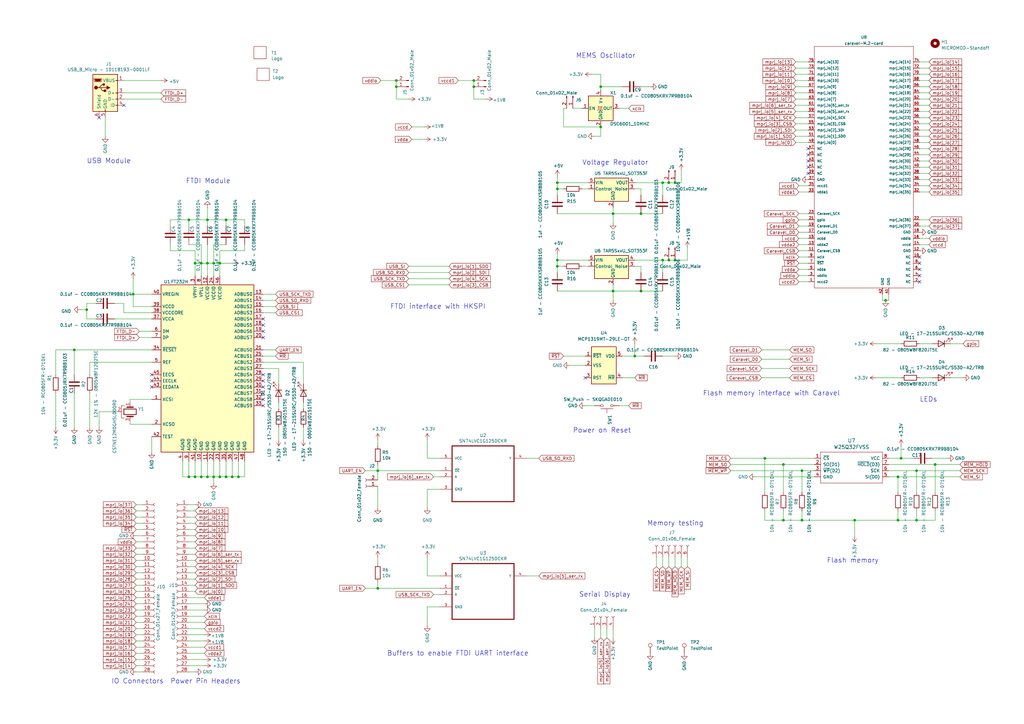
<source format=kicad_sch>
(kicad_sch (version 20230121) (generator eeschema)
  (paper "A3")
  (junction (at 375.92 213.36))
  (junction (at 246.38 35.56))
  (junction (at 271.78 74.93))
  (junction (at 228.6 109.22))
  (junction (at 228.6 74.93))
  (junction (at 97.79 195.58))
  (junction (at 246.38 52.07))
  (junction (at 85.09 90.17))
  (junction (at 276.86 106.68))
  (junction (at 85.09 195.58))
  (junction (at 368.3 195.58))
  (junction (at 30.48 143.51))
  (junction (at 262.89 119.38))
  (junction (at 368.3 213.36))
  (junction (at 328.93 213.36))
  (junction (at 375.92 193.04))
  (junction (at 260.35 146.05))
  (junction (at 85.09 107.95))
  (junction (at 313.69 187.96))
  (junction (at 154.94 241.3))
  (junction (at 92.71 195.58))
  (junction (at 77.47 195.58))
  (junction (at 77.47 90.17))
  (junction (at 228.6 106.68))
  (junction (at 87.63 195.58))
  (junction (at 383.54 190.5))
  (junction (at 87.63 107.95))
  (junction (at 54.61 120.65))
  (junction (at 350.52 213.36))
  (junction (at 162.56 33.02))
  (junction (at 35.56 127))
  (junction (at 274.32 74.93))
  (junction (at 276.86 74.93))
  (junction (at 162.56 35.56))
  (junction (at 90.17 195.58))
  (junction (at 82.55 195.58))
  (junction (at 328.93 193.04))
  (junction (at 262.89 87.63))
  (junction (at 194.31 35.56))
  (junction (at 251.46 119.38))
  (junction (at 90.17 107.95))
  (junction (at 274.32 106.68))
  (junction (at 80.01 107.95))
  (junction (at 228.6 77.47))
  (junction (at 251.46 87.63))
  (junction (at 271.78 106.68))
  (junction (at 369.57 187.96))
  (junction (at 363.22 123.19))
  (junction (at 154.94 193.04))
  (junction (at 194.31 33.02))
  (junction (at 321.31 190.5))
  (junction (at 95.25 195.58))
  (junction (at 80.01 195.58))
  (junction (at 321.31 213.36))
  (junction (at 92.71 90.17))
  (junction (at 82.55 107.95))
  (no_connect (at 331.47 68.58))
  (no_connect (at 107.95 138.43))
  (no_connect (at 107.95 133.35))
  (no_connect (at 331.47 60.96))
  (no_connect (at 62.23 158.75))
  (no_connect (at 62.23 153.67))
  (no_connect (at 62.23 156.21))
  (no_connect (at 107.95 130.81))
  (no_connect (at 107.95 135.89))
  (no_connect (at 331.47 63.5))
  (no_connect (at 40.64 48.26))
  (no_connect (at 50.8 43.18))
  (no_connect (at 377.19 110.49))
  (no_connect (at 107.95 163.83))
  (no_connect (at 377.19 115.57))
  (no_connect (at 240.03 154.94))
  (no_connect (at 377.19 113.03))
  (no_connect (at 107.95 158.75))
  (no_connect (at 331.47 71.12))
  (no_connect (at 107.95 156.21))
  (no_connect (at 107.95 161.29))
  (no_connect (at 377.19 105.41))
  (no_connect (at 331.47 66.04))
  (no_connect (at 377.19 107.95))
  (no_connect (at 107.95 166.37))
  (no_connect (at 107.95 153.67))
  (wire (pts (xy 22.86 161.29) (xy 22.86 175.26)))
  (wire (pts (xy 35.56 127) (xy 35.56 124.46)))
  (wire (pts (xy 381 78.74) (xy 377.19 78.74)))
  (wire (pts (xy 194.31 33.02) (xy 194.31 35.56)))
  (wire (pts (xy 80.01 240.03) (xy 77.47 240.03)))
  (wire (pts (xy 312.42 151.13) (xy 323.85 151.13)))
  (wire (pts (xy 53.34 172.72) (xy 53.34 173.99)))
  (wire (pts (xy 54.61 120.65) (xy 62.23 120.65)))
  (wire (pts (xy 389.89 154.94) (xy 394.97 154.94)))
  (wire (pts (xy 180.34 187.96) (xy 175.26 187.96)))
  (wire (pts (xy 364.49 190.5) (xy 383.54 190.5)))
  (wire (pts (xy 55.88 252.73) (xy 58.42 252.73)))
  (wire (pts (xy 228.6 74.93) (xy 228.6 77.47)))
  (wire (pts (xy 271.78 74.93) (xy 271.78 80.01)))
  (wire (pts (xy 321.31 190.5) (xy 321.31 201.93)))
  (wire (pts (xy 30.48 143.51) (xy 62.23 143.51)))
  (wire (pts (xy 74.93 195.58) (xy 77.47 195.58)))
  (wire (pts (xy 331.47 43.18) (xy 326.39 43.18)))
  (wire (pts (xy 255.27 146.05) (xy 260.35 146.05)))
  (wire (pts (xy 251.46 116.84) (xy 251.46 119.38)))
  (wire (pts (xy 331.47 105.41) (xy 327.66 105.41)))
  (wire (pts (xy 262.89 109.22) (xy 262.89 111.76)))
  (wire (pts (xy 255.27 154.94) (xy 260.35 154.94)))
  (wire (pts (xy 58.42 237.49) (xy 55.88 237.49)))
  (wire (pts (xy 251.46 87.63) (xy 262.89 87.63)))
  (wire (pts (xy 80.01 195.58) (xy 82.55 195.58)))
  (wire (pts (xy 90.17 113.03) (xy 90.17 107.95)))
  (wire (pts (xy 194.31 40.64) (xy 199.39 40.64)))
  (wire (pts (xy 100.33 90.17) (xy 100.33 92.71)))
  (wire (pts (xy 154.94 182.88) (xy 154.94 180.34)))
  (wire (pts (xy 331.47 58.42) (xy 326.39 58.42)))
  (wire (pts (xy 90.17 107.95) (xy 90.17 102.87)))
  (wire (pts (xy 194.31 35.56) (xy 194.31 40.64)))
  (wire (pts (xy 381 90.17) (xy 377.19 90.17)))
  (wire (pts (xy 100.33 195.58) (xy 97.79 195.58)))
  (wire (pts (xy 321.31 209.55) (xy 321.31 213.36)))
  (wire (pts (xy 331.47 76.2) (xy 327.66 76.2)))
  (wire (pts (xy 238.76 109.22) (xy 241.3 109.22)))
  (wire (pts (xy 154.94 208.28) (xy 154.94 199.39)))
  (wire (pts (xy 58.42 232.41) (xy 55.88 232.41)))
  (wire (pts (xy 124.46 180.34) (xy 124.46 175.26)))
  (wire (pts (xy 228.6 74.93) (xy 241.3 74.93)))
  (wire (pts (xy 83.82 245.11) (xy 77.47 245.11)))
  (wire (pts (xy 331.47 107.95) (xy 327.66 107.95)))
  (wire (pts (xy 381 50.8) (xy 377.19 50.8)))
  (wire (pts (xy 369.57 187.96) (xy 374.65 187.96)))
  (wire (pts (xy 46.99 124.46) (xy 50.8 124.46)))
  (wire (pts (xy 238.76 77.47) (xy 241.3 77.47)))
  (wire (pts (xy 50.8 33.02) (xy 66.04 33.02)))
  (wire (pts (xy 262.89 87.63) (xy 271.78 87.63)))
  (wire (pts (xy 246.38 36.83) (xy 246.38 35.56)))
  (wire (pts (xy 58.42 247.65) (xy 55.88 247.65)))
  (wire (pts (xy 124.46 148.59) (xy 107.95 148.59)))
  (wire (pts (xy 313.69 187.96) (xy 313.69 201.93)))
  (wire (pts (xy 260.35 109.22) (xy 262.89 109.22)))
  (wire (pts (xy 331.47 55.88) (xy 326.39 55.88)))
  (wire (pts (xy 389.89 140.97) (xy 394.97 140.97)))
  (wire (pts (xy 80.01 102.87) (xy 69.85 102.87)))
  (wire (pts (xy 92.71 90.17) (xy 92.71 92.71)))
  (wire (pts (xy 80.01 214.63) (xy 77.47 214.63)))
  (wire (pts (xy 331.47 110.49) (xy 327.66 110.49)))
  (wire (pts (xy 92.71 189.23) (xy 92.71 195.58)))
  (wire (pts (xy 271.78 228.6) (xy 271.78 232.41)))
  (wire (pts (xy 381 63.5) (xy 377.19 63.5)))
  (wire (pts (xy 83.82 252.73) (xy 77.47 252.73)))
  (wire (pts (xy 85.09 195.58) (xy 87.63 195.58)))
  (wire (pts (xy 228.6 77.47) (xy 231.14 77.47)))
  (wire (pts (xy 381 68.58) (xy 377.19 68.58)))
  (wire (pts (xy 55.88 270.51) (xy 58.42 270.51)))
  (wire (pts (xy 251.46 87.63) (xy 251.46 91.44)))
  (wire (pts (xy 95.25 195.58) (xy 92.71 195.58)))
  (wire (pts (xy 87.63 100.33) (xy 92.71 100.33)))
  (wire (pts (xy 58.42 227.33) (xy 55.88 227.33)))
  (wire (pts (xy 175.26 256.54) (xy 175.26 248.92)))
  (wire (pts (xy 82.55 100.33) (xy 77.47 100.33)))
  (wire (pts (xy 168.91 52.07) (xy 173.99 52.07)))
  (wire (pts (xy 40.64 168.91) (xy 48.26 168.91)))
  (wire (pts (xy 299.72 187.96) (xy 313.69 187.96)))
  (wire (pts (xy 246.38 35.56) (xy 246.38 30.48)))
  (wire (pts (xy 383.54 213.36) (xy 383.54 209.55)))
  (wire (pts (xy 234.95 44.45) (xy 238.76 44.45)))
  (wire (pts (xy 30.48 161.29) (xy 30.48 175.26)))
  (wire (pts (xy 80.01 237.49) (xy 77.47 237.49)))
  (wire (pts (xy 271.78 146.05) (xy 276.86 146.05)))
  (wire (pts (xy 167.64 111.76) (xy 184.15 111.76)))
  (wire (pts (xy 90.17 102.87) (xy 100.33 102.87)))
  (wire (pts (xy 50.8 128.27) (xy 62.23 128.27)))
  (wire (pts (xy 77.47 262.89) (xy 83.82 262.89)))
  (wire (pts (xy 175.26 180.34) (xy 175.26 187.96)))
  (wire (pts (xy 175.26 200.66) (xy 180.34 200.66)))
  (wire (pts (xy 58.42 242.57) (xy 55.88 242.57)))
  (wire (pts (xy 274.32 228.6) (xy 274.32 232.41)))
  (wire (pts (xy 80.01 217.17) (xy 77.47 217.17)))
  (wire (pts (xy 58.42 217.17) (xy 55.88 217.17)))
  (wire (pts (xy 381 33.02) (xy 377.19 33.02)))
  (wire (pts (xy 381 45.72) (xy 377.19 45.72)))
  (wire (pts (xy 77.47 265.43) (xy 83.82 265.43)))
  (wire (pts (xy 85.09 107.95) (xy 85.09 100.33)))
  (wire (pts (xy 83.82 273.05) (xy 77.47 273.05)))
  (wire (pts (xy 274.32 106.68) (xy 276.86 106.68)))
  (wire (pts (xy 383.54 190.5) (xy 393.7 190.5)))
  (wire (pts (xy 369.57 182.88) (xy 369.57 187.96)))
  (wire (pts (xy 331.47 92.71) (xy 327.66 92.71)))
  (wire (pts (xy 331.47 38.1) (xy 326.39 38.1)))
  (wire (pts (xy 180.34 236.22) (xy 175.26 236.22)))
  (wire (pts (xy 381 76.2) (xy 377.19 76.2)))
  (wire (pts (xy 312.42 154.94) (xy 323.85 154.94)))
  (wire (pts (xy 100.33 102.87) (xy 100.33 100.33)))
  (wire (pts (xy 55.88 262.89) (xy 58.42 262.89)))
  (wire (pts (xy 368.3 213.36) (xy 375.92 213.36)))
  (wire (pts (xy 246.38 30.48) (xy 242.57 30.48)))
  (wire (pts (xy 80.01 209.55) (xy 77.47 209.55)))
  (wire (pts (xy 77.47 260.35) (xy 83.82 260.35)))
  (wire (pts (xy 233.68 149.86) (xy 240.03 149.86)))
  (wire (pts (xy 313.69 213.36) (xy 321.31 213.36)))
  (wire (pts (xy 180.34 241.3) (xy 154.94 241.3)))
  (wire (pts (xy 177.8 195.58) (xy 180.34 195.58)))
  (wire (pts (xy 69.85 102.87) (xy 69.85 100.33)))
  (wire (pts (xy 154.94 196.85) (xy 154.94 193.04)))
  (wire (pts (xy 228.6 77.47) (xy 228.6 80.01)))
  (wire (pts (xy 83.82 250.19) (xy 77.47 250.19)))
  (wire (pts (xy 58.42 250.19) (xy 55.88 250.19)))
  (wire (pts (xy 381 73.66) (xy 377.19 73.66)))
  (wire (pts (xy 231.14 44.45) (xy 232.41 44.45)))
  (wire (pts (xy 154.94 193.04) (xy 149.86 193.04)))
  (wire (pts (xy 331.47 102.87) (xy 327.66 102.87)))
  (wire (pts (xy 82.55 189.23) (xy 82.55 195.58)))
  (wire (pts (xy 85.09 113.03) (xy 85.09 107.95)))
  (wire (pts (xy 271.78 106.68) (xy 271.78 111.76)))
  (wire (pts (xy 381 25.4) (xy 377.19 25.4)))
  (wire (pts (xy 114.3 167.64) (xy 114.3 165.1)))
  (wire (pts (xy 375.92 193.04) (xy 393.7 193.04)))
  (wire (pts (xy 162.56 40.64) (xy 167.64 40.64)))
  (wire (pts (xy 313.69 213.36) (xy 313.69 209.55)))
  (wire (pts (xy 383.54 190.5) (xy 383.54 201.93)))
  (wire (pts (xy 254 166.37) (xy 257.81 166.37)))
  (wire (pts (xy 62.23 185.42) (xy 62.23 179.07)))
  (wire (pts (xy 80.01 224.79) (xy 77.47 224.79)))
  (wire (pts (xy 331.47 90.17) (xy 327.66 90.17)))
  (wire (pts (xy 80.01 212.09) (xy 77.47 212.09)))
  (wire (pts (xy 381 97.79) (xy 377.19 97.79)))
  (wire (pts (xy 231.14 146.05) (xy 240.03 146.05)))
  (wire (pts (xy 83.82 255.27) (xy 77.47 255.27)))
  (wire (pts (xy 381 48.26) (xy 377.19 48.26)))
  (wire (pts (xy 331.47 115.57) (xy 327.66 115.57)))
  (wire (pts (xy 331.47 25.4) (xy 326.39 25.4)))
  (wire (pts (xy 276.86 228.6) (xy 276.86 232.41)))
  (wire (pts (xy 177.8 243.84) (xy 180.34 243.84)))
  (wire (pts (xy 381 71.12) (xy 377.19 71.12)))
  (wire (pts (xy 260.35 146.05) (xy 260.35 140.97)))
  (wire (pts (xy 187.96 33.02) (xy 194.31 33.02)))
  (wire (pts (xy 260.35 146.05) (xy 264.16 146.05)))
  (wire (pts (xy 77.47 207.01) (xy 80.01 207.01)))
  (wire (pts (xy 97.79 195.58) (xy 95.25 195.58)))
  (wire (pts (xy 55.88 257.81) (xy 58.42 257.81)))
  (wire (pts (xy 276.86 74.93) (xy 279.4 74.93)))
  (wire (pts (xy 55.88 267.97) (xy 58.42 267.97)))
  (wire (pts (xy 215.9 236.22) (xy 220.98 236.22)))
  (wire (pts (xy 364.49 120.65) (xy 364.49 123.19)))
  (wire (pts (xy 62.23 130.81) (xy 46.99 130.81)))
  (wire (pts (xy 124.46 148.59) (xy 124.46 157.48)))
  (wire (pts (xy 54.61 114.3) (xy 54.61 120.65)))
  (wire (pts (xy 87.63 113.03) (xy 87.63 107.95)))
  (wire (pts (xy 90.17 195.58) (xy 87.63 195.58)))
  (wire (pts (xy 124.46 167.64) (xy 124.46 165.1)))
  (wire (pts (xy 269.24 228.6) (xy 269.24 232.41)))
  (wire (pts (xy 77.47 90.17) (xy 85.09 90.17)))
  (wire (pts (xy 58.42 219.71) (xy 55.88 219.71)))
  (wire (pts (xy 228.6 106.68) (xy 241.3 106.68)))
  (wire (pts (xy 251.46 119.38) (xy 251.46 123.19)))
  (wire (pts (xy 83.82 247.65) (xy 77.47 247.65)))
  (wire (pts (xy 312.42 143.51) (xy 323.85 143.51)))
  (wire (pts (xy 331.47 48.26) (xy 326.39 48.26)))
  (wire (pts (xy 350.52 219.71) (xy 350.52 213.36)))
  (wire (pts (xy 215.9 187.96) (xy 220.98 187.96)))
  (wire (pts (xy 35.56 130.81) (xy 39.37 130.81)))
  (wire (pts (xy 381 60.96) (xy 377.19 60.96)))
  (wire (pts (xy 85.09 107.95) (xy 87.63 107.95)))
  (wire (pts (xy 58.42 224.79) (xy 55.88 224.79)))
  (wire (pts (xy 262.89 77.47) (xy 262.89 80.01)))
  (wire (pts (xy 77.47 90.17) (xy 69.85 90.17)))
  (wire (pts (xy 228.6 106.68) (xy 228.6 109.22)))
  (wire (pts (xy 92.71 90.17) (xy 100.33 90.17)))
  (wire (pts (xy 381 66.04) (xy 377.19 66.04)))
  (wire (pts (xy 77.47 270.51) (xy 83.82 270.51)))
  (wire (pts (xy 82.55 195.58) (xy 85.09 195.58)))
  (wire (pts (xy 331.47 87.63) (xy 327.66 87.63)))
  (wire (pts (xy 381 58.42) (xy 377.19 58.42)))
  (wire (pts (xy 82.55 107.95) (xy 85.09 107.95)))
  (wire (pts (xy 368.3 195.58) (xy 393.7 195.58)))
  (wire (pts (xy 246.38 55.88) (xy 246.38 52.07)))
  (wire (pts (xy 55.88 273.05) (xy 58.42 273.05)))
  (wire (pts (xy 279.4 69.85) (xy 279.4 74.93)))
  (wire (pts (xy 77.47 257.81) (xy 83.82 257.81)))
  (wire (pts (xy 85.09 90.17) (xy 92.71 90.17)))
  (wire (pts (xy 36.83 153.67) (xy 36.83 148.59)))
  (wire (pts (xy 80.01 222.25) (xy 77.47 222.25)))
  (wire (pts (xy 260.35 74.93) (xy 271.78 74.93)))
  (wire (pts (xy 80.01 189.23) (xy 80.01 195.58)))
  (wire (pts (xy 228.6 109.22) (xy 231.14 109.22)))
  (wire (pts (xy 114.3 180.34) (xy 114.3 175.26)))
  (wire (pts (xy 167.64 109.22) (xy 184.15 109.22)))
  (wire (pts (xy 331.47 95.25) (xy 327.66 95.25)))
  (wire (pts (xy 175.26 208.28) (xy 175.26 200.66)))
  (wire (pts (xy 58.42 245.11) (xy 55.88 245.11)))
  (wire (pts (xy 328.93 213.36) (xy 350.52 213.36)))
  (wire (pts (xy 162.56 33.02) (xy 162.56 35.56)))
  (wire (pts (xy 328.93 193.04) (xy 328.93 201.93)))
  (wire (pts (xy 58.42 209.55) (xy 55.88 209.55)))
  (wire (pts (xy 36.83 161.29) (xy 36.83 175.26)))
  (wire (pts (xy 331.47 100.33) (xy 327.66 100.33)))
  (wire (pts (xy 331.47 33.02) (xy 326.39 33.02)))
  (wire (pts (xy 58.42 275.59) (xy 55.88 275.59)))
  (wire (pts (xy 231.14 44.45) (xy 231.14 52.07)))
  (wire (pts (xy 80.01 227.33) (xy 77.47 227.33)))
  (wire (pts (xy 87.63 107.95) (xy 90.17 107.95)))
  (wire (pts (xy 58.42 229.87) (xy 55.88 229.87)))
  (wire (pts (xy 30.48 153.67) (xy 30.48 143.51)))
  (wire (pts (xy 54.61 125.73) (xy 62.23 125.73)))
  (wire (pts (xy 274.32 74.93) (xy 276.86 74.93)))
  (wire (pts (xy 331.47 97.79) (xy 327.66 97.79)))
  (wire (pts (xy 381 38.1) (xy 377.19 38.1)))
  (wire (pts (xy 85.09 92.71) (xy 85.09 90.17)))
  (wire (pts (xy 80.01 242.57) (xy 77.47 242.57)))
  (wire (pts (xy 55.88 265.43) (xy 58.42 265.43)))
  (wire (pts (xy 90.17 107.95) (xy 95.25 107.95)))
  (wire (pts (xy 80.01 107.95) (xy 82.55 107.95)))
  (wire (pts (xy 154.94 241.3) (xy 149.86 241.3)))
  (wire (pts (xy 364.49 123.19) (xy 363.22 123.19)))
  (wire (pts (xy 228.6 72.39) (xy 228.6 74.93)))
  (wire (pts (xy 381 35.56) (xy 377.19 35.56)))
  (wire (pts (xy 36.83 148.59) (xy 62.23 148.59)))
  (wire (pts (xy 43.18 48.26) (xy 43.18 55.88)))
  (wire (pts (xy 313.69 187.96) (xy 334.01 187.96)))
  (wire (pts (xy 381 100.33) (xy 377.19 100.33)))
  (wire (pts (xy 154.94 190.5) (xy 154.94 193.04)))
  (wire (pts (xy 331.47 30.48) (xy 326.39 30.48)))
  (wire (pts (xy 243.84 257.81) (xy 243.84 261.62)))
  (wire (pts (xy 262.89 35.56) (xy 266.7 35.56)))
  (wire (pts (xy 368.3 195.58) (xy 368.3 201.93)))
  (wire (pts (xy 243.84 55.88) (xy 246.38 55.88)))
  (wire (pts (xy 35.56 124.46) (xy 39.37 124.46)))
  (wire (pts (xy 77.47 275.59) (xy 80.01 275.59)))
  (wire (pts (xy 82.55 107.95) (xy 82.55 100.33)))
  (wire (pts (xy 364.49 193.04) (xy 375.92 193.04)))
  (wire (pts (xy 82.55 113.03) (xy 82.55 107.95)))
  (wire (pts (xy 87.63 189.23) (xy 87.63 195.58)))
  (wire (pts (xy 240.03 166.37) (xy 243.84 166.37)))
  (wire (pts (xy 57.15 135.89) (xy 62.23 135.89)))
  (wire (pts (xy 107.95 143.51) (xy 113.03 143.51)))
  (wire (pts (xy 90.17 189.23) (xy 90.17 195.58)))
  (wire (pts (xy 331.47 35.56) (xy 326.39 35.56)))
  (wire (pts (xy 175.26 248.92) (xy 180.34 248.92)))
  (wire (pts (xy 281.94 101.6) (xy 281.94 106.68)))
  (wire (pts (xy 248.92 257.81) (xy 248.92 261.62)))
  (wire (pts (xy 58.42 222.25) (xy 55.88 222.25)))
  (wire (pts (xy 80.01 229.87) (xy 77.47 229.87)))
  (wire (pts (xy 271.78 74.93) (xy 274.32 74.93)))
  (wire (pts (xy 363.22 123.19) (xy 361.95 123.19)))
  (wire (pts (xy 33.02 127) (xy 35.56 127)))
  (wire (pts (xy 361.95 123.19) (xy 361.95 120.65)))
  (wire (pts (xy 107.95 128.27) (xy 113.03 128.27)))
  (wire (pts (xy 381 92.71) (xy 377.19 92.71)))
  (wire (pts (xy 77.47 267.97) (xy 83.82 267.97)))
  (wire (pts (xy 107.95 125.73) (xy 113.03 125.73)))
  (wire (pts (xy 80.01 232.41) (xy 77.47 232.41)))
  (wire (pts (xy 53.34 173.99) (xy 62.23 173.99)))
  (wire (pts (xy 58.42 212.09) (xy 55.88 212.09)))
  (wire (pts (xy 77.47 189.23) (xy 77.47 195.58)))
  (wire (pts (xy 350.52 213.36) (xy 368.3 213.36)))
  (wire (pts (xy 251.46 257.81) (xy 251.46 261.62)))
  (wire (pts (xy 50.8 40.64) (xy 66.04 40.64)))
  (wire (pts (xy 77.47 195.58) (xy 80.01 195.58)))
  (wire (pts (xy 156.21 33.02) (xy 162.56 33.02)))
  (wire (pts (xy 54.61 120.65) (xy 54.61 125.73)))
  (wire (pts (xy 246.38 257.81) (xy 246.38 261.62)))
  (wire (pts (xy 381 27.94) (xy 377.19 27.94)))
  (wire (pts (xy 53.34 165.1) (xy 53.34 163.83)))
  (wire (pts (xy 100.33 189.23) (xy 100.33 195.58)))
  (wire (pts (xy 22.86 153.67) (xy 22.86 143.51)))
  (wire (pts (xy 381 40.64) (xy 377.19 40.64)))
  (wire (pts (xy 228.6 87.63) (xy 251.46 87.63)))
  (wire (pts (xy 281.94 228.6) (xy 281.94 232.41)))
  (wire (pts (xy 22.86 143.51) (xy 30.48 143.51)))
  (wire (pts (xy 382.27 187.96) (xy 388.62 187.96)))
  (wire (pts (xy 50.8 124.46) (xy 50.8 128.27)))
  (wire (pts (xy 85.09 90.17) (xy 85.09 85.09)))
  (wire (pts (xy 279.4 228.6) (xy 279.4 232.41)))
  (wire (pts (xy 55.88 260.35) (xy 58.42 260.35)))
  (wire (pts (xy 321.31 190.5) (xy 334.01 190.5)))
  (wire (pts (xy 114.3 151.13) (xy 114.3 157.48)))
  (wire (pts (xy 107.95 146.05) (xy 113.03 146.05)))
  (wire (pts (xy 359.41 154.94) (xy 369.57 154.94)))
  (wire (pts (xy 375.92 213.36) (xy 383.54 213.36)))
  (wire (pts (xy 175.26 228.6) (xy 175.26 236.22)))
  (wire (pts (xy 331.47 40.64) (xy 326.39 40.64)))
  (wire (pts (xy 246.38 35.56) (xy 255.27 35.56)))
  (wire (pts (xy 107.95 123.19) (xy 113.03 123.19)))
  (wire (pts (xy 309.88 195.58) (xy 334.01 195.58)))
  (wire (pts (xy 251.46 119.38) (xy 262.89 119.38)))
  (wire (pts (xy 80.01 219.71) (xy 77.47 219.71)))
  (wire (pts (xy 58.42 207.01) (xy 55.88 207.01)))
  (wire (pts (xy 92.71 195.58) (xy 90.17 195.58)))
  (wire (pts (xy 231.14 52.07) (xy 246.38 52.07)))
  (wire (pts (xy 87.63 198.12) (xy 87.63 195.58)))
  (wire (pts (xy 260.35 77.47) (xy 262.89 77.47)))
  (wire (pts (xy 35.56 127) (xy 35.56 130.81)))
  (wire (pts (xy 228.6 111.76) (xy 228.6 109.22)))
  (wire (pts (xy 328.93 193.04) (xy 334.01 193.04)))
  (wire (pts (xy 228.6 119.38) (xy 251.46 119.38)))
  (wire (pts (xy 331.47 45.72) (xy 326.39 45.72)))
  (wire (pts (xy 168.91 57.15) (xy 173.99 57.15)))
  (wire (pts (xy 381 30.48) (xy 377.19 30.48)))
  (wire (pts (xy 251.46 85.09) (xy 251.46 87.63)))
  (wire (pts (xy 331.47 53.34) (xy 326.39 53.34)))
  (wire (pts (xy 375.92 209.55) (xy 375.92 213.36)))
  (wire (pts (xy 154.94 238.76) (xy 154.94 241.3)))
  (wire (pts (xy 276.86 106.68) (xy 281.94 106.68)))
  (wire (pts (xy 381 53.34) (xy 377.19 53.34)))
  (wire (pts (xy 299.72 193.04) (xy 328.93 193.04)))
  (wire (pts (xy 87.63 107.95) (xy 87.63 100.33)))
  (wire (pts (xy 331.47 27.94) (xy 326.39 27.94)))
  (wire (pts (xy 58.42 214.63) (xy 55.88 214.63)))
  (wire (pts (xy 228.6 104.14) (xy 228.6 106.68)))
  (wire (pts (xy 154.94 231.14) (xy 154.94 228.6)))
  (wire (pts (xy 364.49 195.58) (xy 368.3 195.58)))
  (wire (pts (xy 74.93 189.23) (xy 74.93 195.58)))
  (wire (pts (xy 80.01 107.95) (xy 80.01 113.03)))
  (wire (pts (xy 180.34 193.04) (xy 154.94 193.04)))
  (wire (pts (xy 262.89 119.38) (xy 271.78 119.38)))
  (wire (pts (xy 50.8 38.1) (xy 66.04 38.1)))
  (wire (pts (xy 377.19 140.97) (xy 382.27 140.97)))
  (wire (pts (xy 359.41 140.97) (xy 369.57 140.97)))
  (wire (pts (xy 85.09 189.23) (xy 85.09 195.58)))
  (wire (pts (xy 95.25 189.23) (xy 95.25 195.58)))
  (wire (pts (xy 312.42 147.32) (xy 323.85 147.32)))
  (wire (pts (xy 271.78 106.68) (xy 274.32 106.68)))
  (wire (pts (xy 53.34 163.83) (xy 62.23 163.83)))
  (wire (pts (xy 260.35 106.68) (xy 271.78 106.68)))
  (wire (pts (xy 377.19 154.94) (xy 382.27 154.94)))
  (wire (pts (xy 58.42 240.03) (xy 55.88 240.03)))
  (wire (pts (xy 40.64 175.26) (xy 40.64 168.91)))
  (wire (pts (xy 184.15 114.3) (xy 167.64 114.3)))
  (wire (pts (xy 331.47 113.03) (xy 327.66 113.03)))
  (wire (pts (xy 381 55.88) (xy 377.19 55.88)))
  (wire (pts (xy 381 43.18) (xy 377.19 43.18)))
  (wire (pts (xy 331.47 50.8) (xy 326.39 50.8)))
  (wire (pts (xy 299.72 190.5) (xy 321.31 190.5)))
  (wire (pts (xy 375.92 193.04) (xy 375.92 201.93)))
  (wire (pts (xy 331.47 78.74) (xy 327.66 78.74)))
  (wire (pts (xy 69.85 90.17) (xy 69.85 92.71)))
  (wire (pts (xy 77.47 92.71) (xy 77.47 90.17)))
  (wire (pts (xy 58.42 234.95) (xy 55.88 234.95)))
  (wire (pts (xy 107.95 120.65) (xy 113.03 120.65)))
  (wire (pts (xy 167.64 116.84) (xy 184.15 116.84)))
  (wire (pts (xy 80.01 234.95) (xy 77.47 234.95)))
  (wire (pts (xy 57.15 138.43) (xy 62.23 138.43)))
  (wire (pts (xy 97.79 189.23) (xy 97.79 195.58)))
  (wire (pts (xy 162.56 35.56) (xy 162.56 40.64)))
  (wire (pts (xy 80.01 102.87) (xy 80.01 107.95)))
  (wire (pts (xy 321.31 213.36) (xy 328.93 213.36)))
  (wire (pts (xy 368.3 209.55) (xy 368.3 213.36)))
  (wire (pts (xy 364.49 187.96) (xy 369.57 187.96)))
  (wire (pts (xy 55.88 255.27) (xy 58.42 255.27)))
  (wire (pts (xy 328.93 209.55) (xy 328.93 213.36)))
  (wire (pts (xy 254 44.45) (xy 257.81 44.45)))
  (wire (pts (xy 114.3 151.13) (xy 107.95 151.13)))
  (text "Serial Display" (at 237.49 245.11 0) (effects (font (size 2 2)) (justify left bottom)))
  (text "Flash memory interface with Caravel\n" (at 288.29 162.56 0) (effects (font (size 2 2)) (justify left bottom)))
  (text "Power on Reset" (at 234.95 177.8 0) (effects (font (size 2 2)) (justify left bottom)))
  (text "Flash memory" (at 339.09 231.14 0) (effects (font (size 2 2)) (justify left bottom)))
  (text "Memory testing" (at 265.43 215.9 0) (effects (font (size 2 2)) (justify left bottom)))
  (text "FTDI interface with HKSPI\n" (at 160.02 127 0) (effects (font (size 2 2)) (justify left bottom)))
  (text "Power Pin Headers" (at 69.85 280.67 0) (effects (font (size 2 2)) (justify left bottom)))
  (text "LEDs" (at 377.19 165.1 0) (effects (font (size 2 2)) (justify left bottom)))
  (text "Voltage Regulator\n" (at 238.76 67.945 0) (effects (font (size 2 2)) (justify left bottom)))
  (text "IO Connectors\n" (at 45.72 280.67 0) (effects (font (size 2 2)) (justify left bottom)))
  (text "FTDI Module\n\n" (at 76.2 78.74 0) (effects (font (size 2 2)) (justify left bottom)))
  (text "USB Module\n" (at 35.56 67.31 0) (effects (font (size 2 2)) (justify left bottom)))
  (text "MEMS Oscillator" (at 236.22 24.13 0) (effects (font (size 2 2)) (justify left bottom)))
  (text "Buffers to enable FTDI UART interface" (at 158.75 269.24 0) (effects (font (size 2 2)) (justify left bottom)))
  (global_label "mprj_io[18]" (shape input) (at 381 35.56 0) (property "Intersheetrefs" "${INTERSHEET_REFS}" (effects hide)))
  (global_label "mprj_io[5]_ser_rx" (shape input) (at 246.38 261.62 270) (property "Intersheetrefs" "${INTERSHEET_REFS}" (effects hide)))
  (global_label "Caravel_D0" (shape input) (at 327.66 95.25 180) (property "Intersheetrefs" "${INTERSHEET_REFS}" (effects hide)))
  (global_label "mprj_io[9]" (shape input) (at 326.39 35.56 180) (property "Intersheetrefs" "${INTERSHEET_REFS}" (effects hide)))
  (global_label "mprj_io[36]" (shape input) (at 381 90.17 0) (property "Intersheetrefs" "${INTERSHEET_REFS}" (effects hide)))
  (global_label "mprj_io[9]" (shape input) (at 80.01 219.71 0) (property "Intersheetrefs" "${INTERSHEET_REFS}" (effects hide)))
  (global_label "xclk" (shape input) (at 83.82 252.73 0) (property "Intersheetrefs" "${INTERSHEET_REFS}" (effects hide)))
  (global_label "MEM_SCK" (shape input) (at 323.85 151.13 0) (property "Intersheetrefs" "${INTERSHEET_REFS}" (effects hide)))
  (global_label "mprj_io[3]_CSB" (shape input) (at 184.15 116.84 0) (property "Intersheetrefs" "${INTERSHEET_REFS}" (effects hide)))
  (global_label "MEM_SI" (shape input) (at 281.94 232.41 270) (property "Intersheetrefs" "${INTERSHEET_REFS}" (effects hide)))
  (global_label "mprj_io[2]_SDI" (shape input) (at 80.01 237.49 0) (property "Intersheetrefs" "${INTERSHEET_REFS}" (effects hide)))
  (global_label "~{MEM_WP}" (shape input) (at 274.32 232.41 270) (property "Intersheetrefs" "${INTERSHEET_REFS}" (effects hide)))
  (global_label "USB_CS1" (shape input) (at 167.64 116.84 180) (property "Intersheetrefs" "${INTERSHEET_REFS}" (effects hide)))
  (global_label "UART_EN" (shape input) (at 149.86 193.04 180) (property "Intersheetrefs" "${INTERSHEET_REFS}" (effects hide)))
  (global_label "mprj_io[33]" (shape input) (at 55.88 224.79 180) (property "Intersheetrefs" "${INTERSHEET_REFS}" (effects hide)))
  (global_label "mprj_io[22]" (shape input) (at 381 45.72 0) (property "Intersheetrefs" "${INTERSHEET_REFS}" (effects hide)))
  (global_label "mprj_io[35]" (shape input) (at 381 78.74 0) (property "Intersheetrefs" "${INTERSHEET_REFS}" (effects hide)))
  (global_label "MEM_SCK" (shape input) (at 393.7 193.04 0) (property "Intersheetrefs" "${INTERSHEET_REFS}" (effects hide)))
  (global_label "mprj_io[29]" (shape input) (at 55.88 234.95 180) (property "Intersheetrefs" "${INTERSHEET_REFS}" (effects hide)))
  (global_label "vdda1" (shape input) (at 83.82 245.11 0) (property "Intersheetrefs" "${INTERSHEET_REFS}" (effects hide)))
  (global_label "gpio" (shape input) (at 83.82 255.27 0) (property "Intersheetrefs" "${INTERSHEET_REFS}" (effects hide)))
  (global_label "vddio" (shape input) (at 381 97.79 0) (property "Intersheetrefs" "${INTERSHEET_REFS}" (effects hide)))
  (global_label "~{MR}" (shape input) (at 257.81 166.37 0) (property "Intersheetrefs" "${INTERSHEET_REFS}" (effects hide)))
  (global_label "mprj_io[0]" (shape input) (at 80.01 242.57 0) (property "Intersheetrefs" "${INTERSHEET_REFS}" (effects hide)))
  (global_label "vccd2" (shape input) (at 327.66 115.57 180) (property "Intersheetrefs" "${INTERSHEET_REFS}" (effects hide)))
  (global_label "vccd1" (shape input) (at 187.96 33.02 180) (property "Intersheetrefs" "${INTERSHEET_REFS}" (effects hide)))
  (global_label "mprj_io[16]" (shape input) (at 55.88 267.97 180) (property "Intersheetrefs" "${INTERSHEET_REFS}" (effects hide)))
  (global_label "mprj_io[10]" (shape input) (at 80.01 217.17 0) (property "Intersheetrefs" "${INTERSHEET_REFS}" (effects hide)))
  (global_label "USB_SI" (shape input) (at 113.03 125.73 0) (property "Intersheetrefs" "${INTERSHEET_REFS}" (effects hide)))
  (global_label "mprj_io[32]" (shape input) (at 55.88 227.33 180) (property "Intersheetrefs" "${INTERSHEET_REFS}" (effects hide)))
  (global_label "mprj_io[37]" (shape input) (at 55.88 207.01 180) (property "Intersheetrefs" "${INTERSHEET_REFS}" (effects hide)))
  (global_label "mprj_io[19]" (shape input) (at 381 38.1 0) (property "Intersheetrefs" "${INTERSHEET_REFS}" (effects hide)))
  (global_label "MEM_SO" (shape input) (at 299.72 190.5 180) (property "Intersheetrefs" "${INTERSHEET_REFS}" (effects hide)))
  (global_label "FTDI_D+" (shape input) (at 66.04 38.1 0) (property "Intersheetrefs" "${INTERSHEET_REFS}" (effects hide)))
  (global_label "mprj_io[17]" (shape input) (at 381 33.02 0) (property "Intersheetrefs" "${INTERSHEET_REFS}" (effects hide)))
  (global_label "mprj_io[8]" (shape input) (at 80.01 222.25 0) (property "Intersheetrefs" "${INTERSHEET_REFS}" (effects hide)))
  (global_label "mprj_io[11]" (shape input) (at 326.39 30.48 180) (property "Intersheetrefs" "${INTERSHEET_REFS}" (effects hide)))
  (global_label "vddio" (shape input) (at 55.88 222.25 180) (property "Intersheetrefs" "${INTERSHEET_REFS}" (effects hide)))
  (global_label "mprj_io[2]_SDI" (shape input) (at 326.39 53.34 180) (property "Intersheetrefs" "${INTERSHEET_REFS}" (effects hide)))
  (global_label "mprj_io[6]_ser_tx" (shape input) (at 326.39 43.18 180) (property "Intersheetrefs" "${INTERSHEET_REFS}" (effects hide)))
  (global_label "mprj_io[4]_SCK" (shape input) (at 184.15 114.3 0) (property "Intersheetrefs" "${INTERSHEET_REFS}" (effects hide)))
  (global_label "mprj_io[33]" (shape input) (at 381 73.66 0) (property "Intersheetrefs" "${INTERSHEET_REFS}" (effects hide)))
  (global_label "mprj_io[10]" (shape input) (at 326.39 33.02 180) (property "Intersheetrefs" "${INTERSHEET_REFS}" (effects hide)))
  (global_label "USB_SO_RXD" (shape input) (at 113.03 123.19 0) (property "Intersheetrefs" "${INTERSHEET_REFS}" (effects hide)))
  (global_label "~{RST}" (shape input) (at 55.88 217.17 180) (property "Intersheetrefs" "${INTERSHEET_REFS}" (effects hide)))
  (global_label "mprj_io[13]" (shape input) (at 80.01 209.55 0) (property "Intersheetrefs" "${INTERSHEET_REFS}" (effects hide)))
  (global_label "mprj_io[7]" (shape input) (at 326.39 40.64 180) (property "Intersheetrefs" "${INTERSHEET_REFS}" (effects hide)))
  (global_label "UART_EN" (shape input) (at 149.86 241.3 180) (property "Intersheetrefs" "${INTERSHEET_REFS}" (effects hide)))
  (global_label "~{MR}" (shape input) (at 260.35 154.94 0) (property "Intersheetrefs" "${INTERSHEET_REFS}" (effects hide)))
  (global_label "mprj_io[31]" (shape input) (at 55.88 229.87 180) (property "Intersheetrefs" "${INTERSHEET_REFS}" (effects hide)))
  (global_label "gpio" (shape input) (at 394.97 140.97 0) (property "Intersheetrefs" "${INTERSHEET_REFS}" (effects hide)))
  (global_label "mprj_io[23]" (shape input) (at 381 48.26 0) (property "Intersheetrefs" "${INTERSHEET_REFS}" (effects hide)))
  (global_label "mprj_io[11]" (shape input) (at 80.01 214.63 0) (property "Intersheetrefs" "${INTERSHEET_REFS}" (effects hide)))
  (global_label "vccd" (shape input) (at 381 100.33 0) (property "Intersheetrefs" "${INTERSHEET_REFS}" (effects hide)))
  (global_label "vccd" (shape input) (at 168.91 52.07 180) (property "Intersheetrefs" "${INTERSHEET_REFS}" (effects hide)))
  (global_label "USB_SCK_TXD" (shape input) (at 167.64 114.3 180) (property "Intersheetrefs" "${INTERSHEET_REFS}" (effects hide)))
  (global_label "mprj_io[20]" (shape input) (at 55.88 257.81 180) (property "Intersheetrefs" "${INTERSHEET_REFS}" (effects hide)))
  (global_label "Caravel_SCK" (shape input) (at 327.66 87.63 180) (property "Intersheetrefs" "${INTERSHEET_REFS}" (effects hide)))
  (global_label "UART_EN" (shape input) (at 113.03 143.51 0) (property "Intersheetrefs" "${INTERSHEET_REFS}" (effects hide)))
  (global_label "vddio" (shape input) (at 156.21 33.02 180) (property "Intersheetrefs" "${INTERSHEET_REFS}" (effects hide)))
  (global_label "vccd2" (shape input) (at 83.82 257.81 0) (property "Intersheetrefs" "${INTERSHEET_REFS}" (effects hide)))
  (global_label "mprj_io[12]" (shape input) (at 326.39 27.94 180) (property "Intersheetrefs" "${INTERSHEET_REFS}" (effects hide)))
  (global_label "mprj_io[0]" (shape input) (at 326.39 58.42 180) (property "Intersheetrefs" "${INTERSHEET_REFS}" (effects hide)))
  (global_label "mprj_io[5]_ser_rx" (shape input) (at 220.98 236.22 0) (property "Intersheetrefs" "${INTERSHEET_REFS}" (effects hide)))
  (global_label "mprj_io[31]" (shape input) (at 381 68.58 0) (property "Intersheetrefs" "${INTERSHEET_REFS}" (effects hide)))
  (global_label "mprj_io[37]" (shape input) (at 381 92.71 0) (property "Intersheetrefs" "${INTERSHEET_REFS}" (effects hide)))
  (global_label "mprj_io[21]" (shape input) (at 55.88 255.27 180) (property "Intersheetrefs" "${INTERSHEET_REFS}" (effects hide)))
  (global_label "vdda1" (shape input) (at 327.66 78.74 180) (property "Intersheetrefs" "${INTERSHEET_REFS}" (effects hide)))
  (global_label "mprj_io[36]" (shape input) (at 55.88 209.55 180) (property "Intersheetrefs" "${INTERSHEET_REFS}" (effects hide)))
  (global_label "~{RST}" (shape input) (at 231.14 146.05 180) (property "Intersheetrefs" "${INTERSHEET_REFS}" (effects hide)))
  (global_label "FTDI_D-" (shape input) (at 66.04 40.64 0) (property "Intersheetrefs" "${INTERSHEET_REFS}" (effects hide)))
  (global_label "mprj_io[6]_ser_tx" (shape input) (at 248.92 261.62 270) (property "Intersheetrefs" "${INTERSHEET_REFS}" (effects hide)))
  (global_label "mprj_io[4]_SCK" (shape input) (at 80.01 232.41 0) (property "Intersheetrefs" "${INTERSHEET_REFS}" (effects hide)))
  (global_label "mprj_io[26]" (shape input) (at 55.88 242.57 180) (property "Intersheetrefs" "${INTERSHEET_REFS}" (effects hide)))
  (global_label "mprj_io[34]" (shape input) (at 381 76.2 0) (property "Intersheetrefs" "${INTERSHEET_REFS}" (effects hide)))
  (global_label "mprj_io[4]_SCK" (shape input) (at 326.39 48.26 180) (property "Intersheetrefs" "${INTERSHEET_REFS}" (effects hide)))
  (global_label "mprj_io[12]" (shape input) (at 80.01 212.09 0) (property "Intersheetrefs" "${INTERSHEET_REFS}" (effects hide)))
  (global_label "~{MEM_HOLD}" (shape input) (at 276.86 232.41 270) (property "Intersheetrefs" "${INTERSHEET_REFS}" (effects hide)))
  (global_label "vccd1" (shape input) (at 83.82 265.43 0) (property "Intersheetrefs" "${INTERSHEET_REFS}" (effects hide)))
  (global_label "~{MR}" (shape input) (at 113.03 146.05 0) (property "Intersheetrefs" "${INTERSHEET_REFS}" (effects hide)))
  (global_label "Caravel_CSB" (shape input) (at 327.66 102.87 180) (property "Intersheetrefs" "${INTERSHEET_REFS}" (effects hide)))
  (global_label "vccd" (shape input) (at 327.66 97.79 180) (property "Intersheetrefs" "${INTERSHEET_REFS}" (effects hide)))
  (global_label "mprj_io[5]_ser_rx" (shape input) (at 80.01 229.87 0) (property "Intersheetrefs" "${INTERSHEET_REFS}" (effects hide)))
  (global_label "vdda" (shape input) (at 327.66 110.49 180) (property "Intersheetrefs" "${INTERSHEET_REFS}" (effects hide)))
  (global_label "vccd1" (shape input) (at 327.66 76.2 180) (property "Intersheetrefs" "${INTERSHEET_REFS}" (effects hide)))
  (global_label "vdda2" (shape input) (at 83.82 267.97 0) (property "Intersheetrefs" "${INTERSHEET_REFS}" (effects hide)))
  (global_label "FTDI_D-" (shape input) (at 57.15 135.89 180) (property "Intersheetrefs" "${INTERSHEET_REFS}" (effects hide)))
  (global_label "mprj_io[29]" (shape input) (at 381 63.5 0) (property "Intersheetrefs" "${INTERSHEET_REFS}" (effects hide)))
  (global_label "mprj_io[30]" (shape input) (at 381 66.04 0) (property "Intersheetrefs" "${INTERSHEET_REFS}" (effects hide)))
  (global_label "mprj_io[28]" (shape input) (at 55.88 237.49 180) (property "Intersheetrefs" "${INTERSHEET_REFS}" (effects hide)))
  (global_label "mprj_io[24]" (shape input) (at 55.88 247.65 180) (property "Intersheetrefs" "${INTERSHEET_REFS}" (effects hide)))
  (global_label "mprj_io[27]" (shape input) (at 55.88 240.03 180) (property "Intersheetrefs" "${INTERSHEET_REFS}" (effects hide)))
  (global_label "mprj_io[23]" (shape input) (at 55.88 250.19 180) (property "Intersheetrefs" "${INTERSHEET_REFS}" (effects hide)))
  (global_label "~{MEM_HOLD}" (shape input) (at 393.7 190.5 0) (property "Intersheetrefs" "${INTERSHEET_REFS}" (effects hide)))
  (global_label "MEM_SO" (shape input) (at 271.78 232.41 270) (property "Intersheetrefs" "${INTERSHEET_REFS}" (effects hide)))
  (global_label "vdda2" (shape input) (at 327.66 100.33 180) (property "Intersheetrefs" "${INTERSHEET_REFS}" (effects hide)))
  (global_label "~{RST}" (shape input) (at 327.66 107.95 180) (property "Intersheetrefs" "${INTERSHEET_REFS}" (effects hide)))
  (global_label "mprj_io[3]_CSB" (shape input) (at 80.01 234.95 0) (property "Intersheetrefs" "${INTERSHEET_REFS}" (effects hide)))
  (global_label "~{MEM_WP}" (shape input) (at 299.72 193.04 180) (property "Intersheetrefs" "${INTERSHEET_REFS}" (effects hide)))
  (global_label "mprj_io[24]" (shape input) (at 381 50.8 0) (property "Intersheetrefs" "${INTERSHEET_REFS}" (effects hide)))
  (global_label "mprj_io[15]" (shape input) (at 381 27.94 0) (property "Intersheetrefs" "${INTERSHEET_REFS}" (effects hide)))
  (global_label "USB_SI" (shape input) (at 167.64 109.22 180) (property "Intersheetrefs" "${INTERSHEET_REFS}" (effects hide)))
  (global_label "mprj_io[5]_ser_rx" (shape input) (at 326.39 45.72 180) (property "Intersheetrefs" "${INTERSHEET_REFS}" (effects hide)))
  (global_label "mprj_io[1]_SDO" (shape input) (at 80.01 240.03 0) (property "Intersheetrefs" "${INTERSHEET_REFS}" (effects hide)))
  (global_label "USB_SCK_TXD" (shape input) (at 113.03 120.65 0) (property "Intersheetrefs" "${INTERSHEET_REFS}" (effects hide)))
  (global_label "USB_SO_RXD" (shape input) (at 167.64 111.76 180) (property "Intersheetrefs" "${INTERSHEET_REFS}" (effects hide)))
  (global_label "USB_SO_RXD" (shape input) (at 220.98 187.96 0) (property "Intersheetrefs" "${INTERSHEET_REFS}" (effects hide)))
  (global_label "Caravel_SCK" (shape input) (at 312.42 151.13 180) (property "Intersheetrefs" "${INTERSHEET_REFS}" (effects hide)))
  (global_label "mprj_io[25]" (shape input) (at 381 53.34 0) (property "Intersheetrefs" "${INTERSHEET_REFS}" (effects hide)))
  (global_label "Caravel_D1" (shape input) (at 327.66 92.71 180) (property "Intersheetrefs" "${INTERSHEET_REFS}" (effects hide)))
  (global_label "Caravel_D1" (shape input) (at 312.42 143.51 180) (property "Intersheetrefs" "${INTERSHEET_REFS}" (effects hide)))
  (global_label "USB_SCK_TXD" (shape input) (at 177.8 243.84 180) (property "Intersheetrefs" "${INTERSHEET_REFS}" (effects hide)))
  (global_label "USB_CS1" (shape input) (at 113.03 128.27 0) (property "Intersheetrefs" "${INTERSHEET_REFS}" (effects hide)))
  (global_label "MEM_SCK" (shape input) (at 279.4 232.41 270) (property "Intersheetrefs" "${INTERSHEET_REFS}" (effects hide)))
  (global_label "vdda" (shape input) (at 168.91 57.15 180) (property "Intersheetrefs" "${INTERSHEET_REFS}" (effects hide)))
  (global_label "FTDI_D+" (shape input) (at 57.15 138.43 180) (property "Intersheetrefs" "${INTERSHEET_REFS}" (effects hide)))
  (global_label "mprj_io[19]" (shape input) (at 55.88 260.35 180) (property "Intersheetrefs" "${INTERSHEET_REFS}" (effects hide)))
  (global_label "MEM_CS" (shape input) (at 299.72 187.96 180) (property "Intersheetrefs" "${INTERSHEET_REFS}" (effects hide)))
  (global_label "mprj_io[14]" (shape input) (at 55.88 273.05 180) (property "Intersheetrefs" "${INTERSHEET_REFS}" (effects hide)))
  (global_label "mprj_io[8]" (shape input) (at 326.39 38.1 180) (property "Intersheetrefs" "${INTERSHEET_REFS}" (effects hide)))
  (global_label "vddio" (shape input) (at 327.66 113.03 180) (property "Intersheetrefs" "${INTERSHEET_REFS}" (effects hide)))
  (global_label "xclk" (shape input) (at 257.81 44.45 0) (property "Intersheetrefs" "${INTERSHEET_REFS}" (effects hide)))
  (global_label "mprj_io[3]_CSB" (shape input) (at 326.39 50.8 180) (property "Intersheetrefs" "${INTERSHEET_REFS}" (effects hide)))
  (global_label "mprj_io[2]_SDI" (shape input) (at 184.15 111.76 0) (property "Intersheetrefs" "${INTERSHEET_REFS}" (effects hide)))
  (global_label "mprj_io[6]_ser_tx" (shape input) (at 177.8 195.58 180) (property "Intersheetrefs" "${INTERSHEET_REFS}" (effects hide)))
  (global_label "mprj_io[27]" (shape input) (at 381 58.42 0) (property "Intersheetrefs" "${INTERSHEET_REFS}" (effects hide)))
  (global_label "mprj_io[6]_ser_tx" (shape input) (at 80.01 227.33 0) (property "Intersheetrefs" "${INTERSHEET_REFS}" (effects hide)))
  (global_label "mprj_io[21]" (shape input) (at 381 43.18 0) (property "Intersheetrefs" "${INTERSHEET_REFS}" (effects hide)))
  (global_label "mprj_io[34]" (shape input) (at 55.88 214.63 180) (property "Intersheetrefs" "${INTERSHEET_REFS}" (effects hide)))
  (global_label "mprj_io[13]" (shape input) (at 326.39 25.4 180) (property "Intersheetrefs" "${INTERSHEET_REFS}" (effects hide)))
  (global_label "mprj_io[18]" (shape input) (at 55.88 262.89 180) (property "Intersheetrefs" "${INTERSHEET_REFS}" (effects hide)))
  (global_label "xclk" (shape input) (at 327.66 105.41 180) (property "Intersheetrefs" "${INTERSHEET_REFS}" (effects hide)))
  (global_label "Caravel_D0" (shape input) (at 312.42 147.32 180) (property "Intersheetrefs" "${INTERSHEET_REFS}" (effects hide)))
  (global_label "MEM_SI" (shape input) (at 323.85 147.32 0) (property "Intersheetrefs" "${INTERSHEET_REFS}" (effects hide)))
  (global_label "mprj_io[35]" (shape input) (at 55.88 212.09 180) (property "Intersheetrefs" "${INTERSHEET_REFS}" (effects hide)))
  (global_label "mprj_io[17]" (shape input) (at 55.88 265.43 180) (property "Intersheetrefs" "${INTERSHEET_REFS}" (effects hide)))
  (global_label "MEM_CS" (shape input) (at 269.24 232.41 270) (property "Intersheetrefs" "${INTERSHEET_REFS}" (effects hide)))
  (global_label "MEM_CS" (shape input) (at 323.85 154.94 0) (property "Intersheetrefs" "${INTERSHEET_REFS}" (effects hide)))
  (global_label "mprj_io[15]" (shape input) (at 55.88 270.51 180) (property "Intersheetrefs" "${INTERSHEET_REFS}" (effects hide)))
  (global_label "mprj_io[30]" (shape input) (at 55.88 232.41 180) (property "Intersheetrefs" "${INTERSHEET_REFS}" (effects hide)))
  (global_label "MEM_SI" (shape input) (at 393.7 195.58 0) (property "Intersheetrefs" "${INTERSHEET_REFS}" (effects hide)))
  (global_label "mprj_io[26]" (shape input) (at 381 55.88 0) (property "Intersheetrefs" "${INTERSHEET_REFS}" (effects hide)))
  (global_label "mprj_io[1]_SDO" (shape input) (at 184.15 109.22 0) (property "Intersheetrefs" "${INTERSHEET_REFS}" (effects hide)))
  (global_label "mprj_io[32]" (shape input) (at 381 71.12 0) (property "Intersheetrefs" "${INTERSHEET_REFS}" (effects hide)))
  (global_label "mprj_io[1]_SDO" (shape input) (at 326.39 55.88 180) (property "Intersheetrefs" "${INTERSHEET_REFS}" (effects hide)))
  (global_label "mprj_io[7]" (shape input) (at 80.01 224.79 0) (property "Intersheetrefs" "${INTERSHEET_REFS}" (effects hide)))
  (global_label "mprj_io[22]" (shape input) (at 55.88 252.73 180) (property "Intersheetrefs" "${INTERSHEET_REFS}" (effects hide)))
  (global_label "MEM_SO" (shape input) (at 323.85 143.51 0) (property "Intersheetrefs" "${INTERSHEET_REFS}" (effects hide)))
  (global_label "mprj_io[20]" (shape input) (at 381 40.64 0) (property "Intersheetrefs" "${INTERSHEET_REFS}" (effects hide)))
  (global_label "gpio" (shape input) (at 327.66 90.17 180) (property "Intersheetrefs" "${INTERSHEET_REFS}" (effects hide)))
  (global_label "mprj_io[28]" (shape input) (at 381 60.96 0) (property "Intersheetrefs" "${INTERSHEET_REFS}" (effects hide)))
  (global_label "mprj_io[25]" (shape input) (at 55.88 245.11 180) (property "Intersheetrefs" "${INTERSHEET_REFS}" (effects hide)))
  (global_label "mprj_io[16]" (shape input) (at 381 30.48 0) (property "Intersheetrefs" "${INTERSHEET_REFS}" (effects hide)))
  (global_label "Caravel_CSB" (shape input) (at 312.42 154.94 180) (property "Intersheetrefs" "${INTERSHEET_REFS}" (effects hide)))
  (global_label "mprj_io[14]" (shape input) (at 381 25.4 0) (property "Intersheetrefs" "${INTERSHEET_REFS}" (effects hide)))
  (symbol (lib_id "Device:C") (at 43.18 130.81 90) (unit 1)
    (property "Reference" "C3" (at 40.64 129.54 90))
    (property "Value" "0.1uf - CC0805KRX7R9BB104" (at 39.37 133.35 90))
    (property "Footprint" "Capacitor_SMD:C_0805_2012Metric" (effects hide))
  )
  (symbol (lib_id "Oscillator:XO91") (at 246.38 44.45 0) (unit 1)
    (property "Reference" "X1" (at 250.19 38.1 0) (effects (justify left)))
    (property "Value" "DSC6001_10MHZ" (at 250.19 50.8 0) (effects (justify left)))
    (property "Footprint" "strive_foot_prints:DSC6001JE1A-010.0000" (effects hide))
    (property "Datasheet" "http://cdn-reichelt.de/documents/datenblatt/B400/XO91.pdf" (effects hide))
  )
  (symbol (lib_id "power:GND") (at 377.19 95.25 90) (unit 1)
    (property "Reference" "#PWR053" (effects hide))
    (property "Value" "GND" (at 382.27 95.25 90))
  )
  (symbol (lib_id "power:GND") (at 154.94 208.28 0) (unit 1)
    (property "Reference" "#PWR016" (effects hide))
    (property "Value" "GND" (at 154.94 213.36 0))
  )
  (symbol (lib_id "Caravel_board:TAR5SxxU_SOT353F") (at 248.92 77.47 0) (unit 1)
    (property "Reference" "U5" (at 245.11 71.12 0))
    (property "Value" "TAR5SxxU_SOT353F" (at 256.54 71.12 0))
    (property "Footprint" "Caravel_Board:SOT-353F" (effects hide))
    (property "Datasheet" "https://toshiba.semicon-storage.com/info/TAR5S16U_datasheet_en_20220801.pdf?did=764&prodName=TAR5S16U" (effects hide))
  )
  (symbol (lib_id "Device:LED") (at 386.08 140.97 180) (unit 1)
    (property "Reference" "D3" (at 386.2578 134.493 0))
    (property "Value" "LED - 17-215SURC/S530-A2/TR8" (at 386.2578 136.8044 0))
    (property "Footprint" "LED_SMD:LED_1206_3216Metric" (effects hide))
  )
  (symbol (lib_id "power:+3.3V") (at 369.57 182.88 0) (unit 1)
    (property "Reference" "#PWR0106" (effects hide))
    (property "Value" "+3.3V" (at 369.57 176.53 90))
  )
  (symbol (lib_id "Device:C") (at 30.48 157.48 180) (unit 1)
    (property "Reference" "C1" (at 29.21 160.02 90))
    (property "Value" "0.01uf - CC0805JRX7R9BB103" (at 26.67 160.02 90))
    (property "Footprint" "Capacitor_SMD:C_0805_2012Metric" (effects hide))
  )
  (symbol (lib_id "Device:C") (at 228.6 115.57 180) (unit 1)
    (property "Reference" "C13" (at 224.155 115.57 90))
    (property "Value" "1uf - CC0805KKX5R8BB105" (at 221.615 115.57 90))
    (property "Footprint" "Capacitor_SMD:C_0805_2012Metric" (effects hide))
  )
  (symbol (lib_id "power:+3.3V") (at 251.46 261.62 180) (unit 1)
    (property "Reference" "#PWR050" (effects hide))
    (property "Value" "+3.3V" (at 251.46 267.97 90))
  )
  (symbol (lib_id "Caravel_board:MCP1319MT-29LE-OT") (at 247.65 149.86 0) (unit 1)
    (property "Reference" "U4" (at 247.65 136.525 0))
    (property "Value" "MCP1319MT-29LE-OT" (at 247.65 139.065 0))
    (property "Footprint" "Caravel_Board:PoR_5_SOT23" (effects hide))
    (property "Datasheet" "https://ww1.microchip.com/downloads/en/DeviceDoc/MCP131X-2X-Voltage-Supervisor-DS20001985E.pdf" (effects hide))
  )
  (symbol (lib_id "Device:C") (at 43.18 124.46 90) (unit 1)
    (property "Reference" "C2" (at 40.64 123.19 90))
    (property "Value" "0.1uf - CC0805KRX7R9BB104" (at 39.37 120.65 90))
    (property "Footprint" "Capacitor_SMD:C_0805_2012Metric" (effects hide))
  )
  (symbol (lib_id "power:+3.3V") (at 124.46 180.34 180) (unit 1)
    (property "Reference" "#PWR014" (effects hide))
    (property "Value" "+3.3V" (at 124.46 186.69 90))
  )
  (symbol (lib_id "power:+3.3V") (at 154.94 180.34 0) (unit 1)
    (property "Reference" "#PWR015" (effects hide))
    (property "Value" "+3.3V" (at 155.321 175.9458 0))
  )
  (symbol (lib_id "Device:LED") (at 114.3 161.29 270) (unit 1)
    (property "Reference" "D1" (at 107.823 161.1122 0))
    (property "Value" "LED - 17-215SURC/S530-A2/TR8" (at 110.49 170.18 0))
    (property "Footprint" "LED_SMD:LED_1206_3216Metric" (effects hide))
  )
  (symbol (lib_id "Caravel_board:SN74LVC1G125DCKR") (at 198.12 238.76 0) (unit 1)
    (property "Reference" "U3" (at 198.12 226.822 0))
    (property "Value" "SN74LVC1G125DCKR" (at 198.12 229.1334 0))
    (property "Footprint" "SOT65P210X110-5N" (effects hide))
    (property "Datasheet" "SC-70-5" (effects hide))
    (property "Field4" "76C4082" (effects hide))
    (property "Field5" "Texas Instruments" (effects hide))
    (property "Field6" "SN74LVC1G125DCKR" (effects hide))
    (property "Field7" "1470771" (effects hide))
  )
  (symbol (lib_id "Device:C") (at 100.33 96.52 0) (unit 1)
    (property "Reference" "C8" (at 101.6 93.98 90))
    (property "Value" "0.1uf - CC0805KRX7R9BB104" (at 104.14 96.52 90))
    (property "Footprint" "Capacitor_SMD:C_0805_2012Metric" (effects hide))
  )
  (symbol (lib_id "Caravel_board:SN74LVC1G125DCKR") (at 198.12 190.5 0) (unit 1)
    (property "Reference" "U2" (at 198.12 178.562 0))
    (property "Value" "SN74LVC1G125DCKR" (at 198.12 180.8734 0))
    (property "Footprint" "SOT65P210X110-5N" (effects hide))
    (property "Datasheet" "SC-70-5" (effects hide))
    (property "Field4" "76C4082" (effects hide))
    (property "Field5" "Texas Instruments" (effects hide))
    (property "Field6" "SN74LVC1G125DCKR" (effects hide))
    (property "Field7" "1470771" (effects hide))
  )
  (symbol (lib_id "Caravel_board:caravel-M.2-card") (at 354.33 72.39 0) (unit 1)
    (property "Reference" "U8" (at 354.33 15.24 0) (effects (font (size 1.143 1.143))))
    (property "Value" "caravel-M.2-card" (at 354.33 17.78 0) (effects (font (size 1.143 1.143))))
    (property "Footprint" "MicroMod-Sparkfun:M.2-CONNECTOR-E" (effects hide))
  )
  (symbol (lib_id "power:GND") (at 243.84 261.62 0) (unit 1)
    (property "Reference" "#PWR049" (effects hide))
    (property "Value" "GND" (at 243.84 266.7 90))
  )
  (symbol (lib_id "power:GND") (at 280.67 267.97 0) (unit 1)
    (property "Reference" "#PWR0104" (effects hide))
    (property "Value" "GND" (at 280.67 273.05 90))
  )
  (symbol (lib_id "Connector:Conn_01x04_Female") (at 246.38 252.73 90) (unit 1)
    (property "Reference" "J4" (at 247.65 247.65 90))
    (property "Value" "Conn_01x04_Female" (at 247.65 250.19 90))
    (property "Footprint" "Connector_PinHeader_2.54mm:PinHeader_1x04_P2.54mm_Vertical" (effects hide))
  )
  (symbol (lib_id "power:GND") (at 40.64 175.26 0) (unit 1)
    (property "Reference" "#PWR05" (effects hide))
    (property "Value" "GND" (at 40.64 180.34 90))
  )
  (symbol (lib_id "power:GND") (at 276.86 146.05 90) (unit 1)
    (property "Reference" "#PWR0108" (effects hide))
    (property "Value" "GND" (at 281.94 146.05 90))
  )
  (symbol (lib_id "power:+3.3V") (at 242.57 30.48 90) (unit 1)
    (property "Reference" "#PWR0107" (effects hide))
    (property "Value" "+3.3V" (at 236.22 30.48 90))
  )
  (symbol (lib_id "Device:R") (at 373.38 154.94 90) (unit 1)
    (property "Reference" "R14" (at 373.38 152.4 90))
    (property "Value" "82 - 0805W8F820JT5E" (at 373.38 157.48 90))
    (property "Footprint" "Resistor_SMD:R_0805_2012Metric" (effects hide))
  )
  (symbol (lib_id "Device:C") (at 85.09 96.52 0) (unit 1)
    (property "Reference" "C6" (at 86.36 93.98 90))
    (property "Value" "0.1uf - CC0805KRX7R9BB104" (at 88.9 96.52 90))
    (property "Footprint" "Capacitor_SMD:C_0805_2012Metric" (effects hide))
  )
  (symbol (lib_id "power:GND") (at 331.47 73.66 270) (unit 1)
    (property "Reference" "#PWR037" (effects hide))
    (property "Value" "GND" (at 326.39 73.66 90))
  )
  (symbol (lib_id "power:GND") (at 388.62 187.96 90) (unit 1)
    (property "Reference" "#PWR046" (effects hide))
    (property "Value" "GND" (at 393.7 187.96 90))
  )
  (symbol (lib_id "Device:C") (at 77.47 96.52 0) (unit 1)
    (property "Reference" "C5" (at 78.74 93.98 90))
    (property "Value" "0.1uf - CC0805KRX7R9BB104" (at 81.28 96.52 90))
    (property "Footprint" "Capacitor_SMD:C_0805_2012Metric" (effects hide))
  )
  (symbol (lib_id "Connector:Conn_01x28_Female") (at 63.5 240.03 0) (unit 1)
    (property "Reference" "J10" (at 64.2112 240.6396 0) (effects (justify left)))
    (property "Value" "Conn_01x27_Female" (at 64.77 262.89 90) (effects (justify left)))
    (property "Footprint" "Connector_PinHeader_2.54mm:PinHeader_1x27_P2.54mm_Vertical" (effects hide))
  )
  (symbol (lib_id "power:GND") (at 175.26 208.28 0) (unit 1)
    (property "Reference" "#PWR020" (effects hide))
    (property "Value" "GND" (at 175.26 213.36 0))
  )
  (symbol (lib_id "power:GND") (at 233.68 149.86 270) (unit 1)
    (property "Reference" "#PWR025" (effects hide))
    (property "Value" "GND" (at 228.6 149.86 90))
  )
  (symbol (lib_id "Device:R") (at 114.3 171.45 0) (unit 1)
    (property "Reference" "R3" (at 114.3 171.45 90))
    (property "Value" "150 - 0805W8J0151T5E" (at 116.84 175.26 90))
    (property "Footprint" "Resistor_SMD:R_0805_2012Metric" (effects hide))
  )
  (symbol (lib_id "power:+1V8") (at 83.82 262.89 270) (unit 1)
    (property "Reference" "#PWR026" (effects hide))
    (property "Value" "+1V8" (at 89.2048 263.271 90))
  )
  (symbol (lib_id "power:GND") (at 30.48 175.26 0) (unit 1)
    (property "Reference" "#PWR02" (effects hide))
    (property "Value" "GND" (at 30.48 180.34 90))
  )
  (symbol (lib_id "Device:R") (at 154.94 186.69 0) (unit 1)
    (property "Reference" "R5" (at 156.718 185.5216 0) (effects (justify left)))
    (property "Value" "10k" (at 156.718 187.833 0) (effects (justify left)))
    (property "Footprint" "Resistor_SMD:R_0805_2012Metric" (effects hide))
  )
  (symbol (lib_id "power:GND") (at 309.88 195.58 270) (unit 1)
    (property "Reference" "#PWR042" (effects hide))
    (property "Value" "GND" (at 304.8 195.58 90))
  )
  (symbol (lib_id "power:+5V") (at 228.6 104.14 0) (unit 1)
    (property "Reference" "#PWR0109" (effects hide))
    (property "Value" "+5V" (at 228.981 99.7458 0))
  )
  (symbol (lib_id "power:+3.3V") (at 175.26 180.34 0) (unit 1)
    (property "Reference" "#PWR019" (effects hide))
    (property "Value" "+3.3V" (at 175.641 175.9458 0))
  )
  (symbol (lib_id "Device:LED") (at 386.08 154.94 180) (unit 1)
    (property "Reference" "D4" (at 386.2578 148.463 0))
    (property "Value" "LED - 17-215SURC/S530-A2/TR8" (at 386.2578 150.7744 0))
    (property "Footprint" "LED_SMD:LED_1206_3216Metric" (effects hide))
  )
  (symbol (lib_id "power:+1V8") (at 173.99 52.07 270) (mirror x) (unit 1)
    (property "Reference" "#PWR032" (effects hide))
    (property "Value" "+1V8" (at 179.3748 51.689 90))
  )
  (symbol (lib_id "Device:R") (at 373.38 140.97 90) (unit 1)
    (property "Reference" "R11" (at 373.38 138.43 90))
    (property "Value" "82 - 0805W8F820JT5E" (at 373.38 143.51 90))
    (property "Footprint" "Resistor_SMD:R_0805_2012Metric" (effects hide))
  )
  (symbol (lib_id "Device:Crystal_GND2") (at 53.34 168.91 270) (unit 1)
    (property "Reference" "Y1" (at 56.642 167.7416 90) (effects (justify left)))
    (property "Value" "CSTNE12M0GH5L000R0" (at 46.99 163.83 0) (effects (justify left)))
    (property "Footprint" "strive_foot_prints:CSTNE12M0GH5L000R0" (effects hide))
  )
  (symbol (lib_id "Device:C") (at 267.97 146.05 270) (unit 1)
    (property "Reference" "C16" (at 267.97 150.495 90))
    (property "Value" "0.1uf - CC0805KRX7R9BB104" (at 271.78 143.51 90))
    (property "Footprint" "Capacitor_SMD:C_0805_2012Metric" (effects hide))
  )
  (symbol (lib_id "power:+3.3V") (at 114.3 180.34 180) (unit 1)
    (property "Reference" "#PWR013" (effects hide))
    (property "Value" "+3.3V" (at 114.3 186.69 90))
  )
  (symbol (lib_id "power:+3.3V") (at 154.94 228.6 0) (unit 1)
    (property "Reference" "#PWR017" (effects hide))
    (property "Value" "+3.3V" (at 155.321 224.2058 0))
  )
  (symbol (lib_id "Connector:TestPoint") (at 266.7 267.97 0) (unit 1)
    (property "Reference" "TP1" (at 269.24 263.3979 0) (effects (justify left)))
    (property "Value" "TestPoint" (at 269.24 265.9379 0) (effects (justify left)))
    (property "Footprint" "TestPoint:TestPoint_Bridge_Pitch2.54mm_Drill1.0mm" (effects hide))
  )
  (symbol (lib_id "power:+1V8") (at 83.82 260.35 270) (unit 1)
    (property "Reference" "#PWR027" (effects hide))
    (property "Value" "+1V8" (at 89.2048 260.731 90))
  )
  (symbol (lib_id "power:+3.3V") (at 167.64 40.64 270) (unit 1)
    (property "Reference" "#PWR031" (effects hide))
    (property "Value" "+3.3V" (at 173.99 40.64 90))
  )
  (symbol (lib_id "power:+3.3V") (at 260.35 140.97 0) (unit 1)
    (property "Reference" "#PWR030" (effects hide))
    (property "Value" "+3.3V" (at 260.35 134.62 90))
  )
  (symbol (lib_id "Device:C") (at 271.78 83.82 180) (unit 1)
    (property "Reference" "C12" (at 275.59 83.82 90))
    (property "Value" "10uf - CC0805KKX5R8BB106" (at 278.13 88.9 90))
    (property "Footprint" "Capacitor_SMD:C_0805_2012Metric" (effects hide))
  )
  (symbol (lib_id "Device:C") (at 271.78 115.57 180) (unit 1)
    (property "Reference" "C15" (at 275.59 115.57 90))
    (property "Value" "10uf - CC0805KKX5R8BB106" (at 278.13 120.65 90))
    (property "Footprint" "Capacitor_SMD:C_0805_2012Metric" (effects hide))
  )
  (symbol (lib_id "Caravel_board:TAR5SxxU_SOT353F") (at 248.92 109.22 0) (unit 1)
    (property "Reference" "U6" (at 245.11 102.87 0))
    (property "Value" "TAR5SxxU_SOT353F" (at 256.54 102.87 0))
    (property "Footprint" "Caravel_Board:SOT-353F" (effects hide))
    (property "Datasheet" "https://toshiba.semicon-storage.com/info/TAR5S16U_datasheet_en_20220801.pdf?did=764&prodName=TAR5S16U" (effects hide))
  )
  (symbol (lib_id "power:+5V") (at 66.04 33.02 270) (unit 1)
    (property "Reference" "#PWR09" (effects hide))
    (property "Value" "+5V" (at 69.2912 33.401 90) (effects (justify left)))
  )
  (symbol (lib_id "power:+3.3V") (at 359.41 154.94 90) (unit 1)
    (property "Reference" "#PWR051" (effects hide))
    (property "Value" "+3.3V" (at 353.06 154.94 90))
  )
  (symbol (lib_id "power:GND") (at 251.46 123.19 0) (unit 1)
    (property "Reference" "#PWR0110" (effects hide))
    (property "Value" "GND" (at 251.46 128.27 90))
  )
  (symbol (lib_id "power:GND") (at 243.84 55.88 270) (unit 1)
    (property "Reference" "#PWR034" (effects hide))
    (property "Value" "GND" (at 238.76 55.88 90))
  )
  (symbol (lib_id "power:+3.3V") (at 22.86 175.26 180) (unit 1)
    (property "Reference" "#PWR01" (effects hide))
    (property "Value" "+3.3V" (at 22.86 181.61 90))
  )
  (symbol (lib_id "Device:R") (at 234.95 77.47 270) (unit 1)
    (property "Reference" "R15" (at 232.41 82.55 90) (effects (justify left)))
    (property "Value" "10k" (at 232.41 80.01 90) (effects (justify left)))
    (property "Footprint" "Resistor_SMD:R_0805_2012Metric" (effects hide))
  )
  (symbol (lib_id "power:GND") (at 266.7 267.97 0) (unit 1)
    (property "Reference" "#PWR0101" (effects hide))
    (property "Value" "GND" (at 266.7 273.05 90))
  )
  (symbol (lib_id "power:GND") (at 62.23 185.42 0) (unit 1)
    (property "Reference" "#PWR08" (effects hide))
    (property "Value" "GND" (at 62.23 190.5 90))
  )
  (symbol (lib_id "Device:R") (at 368.3 205.74 0) (unit 1)
    (property "Reference" "R10" (at 373.5578 205.74 90))
    (property "Value" "10k - RC0805FR-0710KL" (at 371.2464 205.74 90))
    (property "Footprint" "Resistor_SMD:R_0805_2012Metric" (effects hide))
  )
  (symbol (lib_id "power:+3.3V") (at 54.61 114.3 0) (unit 1)
    (property "Reference" "#PWR07" (effects hide))
    (property "Value" "+3.3V" (at 54.61 107.95 90))
  )
  (symbol (lib_id "power:GND") (at 83.82 250.19 90) (unit 1)
    (property "Reference" "#PWR028" (effects hide))
    (property "Value" "GND" (at 88.9 250.19 90))
  )
  (symbol (lib_id "Device:R") (at 321.31 205.74 0) (unit 1)
    (property "Reference" "R8" (at 326.5678 205.74 90))
    (property "Value" "10k - RC0805FR-0710KL" (at 324.2564 205.74 90))
    (property "Footprint" "Resistor_SMD:R_0805_2012Metric" (effects hide))
  )
  (symbol (lib_id "Switch:SW_Push") (at 248.92 166.37 180) (unit 1)
    (property "Reference" "SW1" (at 250.0884 170.1292 90) (effects (justify left)))
    (property "Value" "SW_Push - SKQGADE010" (at 255.27 163.83 0) (effects (justify left)))
    (property "Footprint" "strive_foot_prints:SW4-SMD-5.2X5.2X1.5MM" (effects hide))
  )
  (symbol (lib_id "power:GND") (at 87.63 198.12 0) (unit 1)
    (property "Reference" "#PWR011" (effects hide))
    (property "Value" "GND" (at 87.63 203.2 90))
  )
  (symbol (lib_id "power:GND") (at 83.82 247.65 90) (unit 1)
    (property "Reference" "#PWR029" (effects hide))
    (property "Value" "GND" (at 88.9 247.65 90))
  )
  (symbol (lib_id "power:GND") (at 251.46 91.44 0) (unit 1)
    (property "Reference" "#PWR038" (effects hide))
    (property "Value" "GND" (at 251.46 96.52 90))
  )
  (symbol (lib_id "Device:R") (at 36.83 157.48 180) (unit 1)
    (property "Reference" "R2" (at 34.29 157.48 90))
    (property "Value" "12K 1% - 0805W8F1202T5E" (at 39.37 157.48 90))
    (property "Footprint" "Resistor_SMD:R_0805_2012Metric" (effects hide))
  )
  (symbol (lib_id "Connector:Conn_01x06_Female") (at 274.32 223.52 90) (unit 1)
    (property "Reference" "J7" (at 275.59 218.44 90))
    (property "Value" "Conn_01x06_Female" (at 275.59 220.98 90))
    (property "Footprint" "Connector_PinHeader_2.54mm:PinHeader_1x06_P2.54mm_Vertical" (effects hide))
  )
  (symbol (lib_id "Connector:Conn_01x02_Male") (at 276.86 101.6 270) (unit 1)
    (property "Reference" "J8" (at 274.32 99.695 90) (effects (justify left)))
    (property "Value" "Conn_01x02_Male" (at 270.51 109.22 90) (effects (justify left)))
    (property "Footprint" "Connector_PinHeader_2.54mm:PinHeader_1x02_P2.54mm_Vertical" (effects hide))
  )
  (symbol (lib_id "Connector:USB_B_Micro") (at 43.18 38.1 0) (unit 1)
    (property "Reference" "J1" (at 44.6278 26.2382 0))
    (property "Value" "USB_B_Micro - 10118193-0001LF" (at 44.6278 28.5496 0))
    (property "Footprint" "strive_foot_prints:FCI_10118193-0001LF" (effects hide))
  )
  (symbol (lib_id "Device:R") (at 234.95 109.22 270) (unit 1)
    (property "Reference" "R16" (at 232.41 114.3 90) (effects (justify left)))
    (property "Value" "10k" (at 232.41 111.76 90) (effects (justify left)))
    (property "Footprint" "Resistor_SMD:R_0805_2012Metric" (effects hide))
  )
  (symbol (lib_id "power:GND") (at 240.03 166.37 270) (unit 1)
    (property "Reference" "#PWR045" (effects hide))
    (property "Value" "GND" (at 234.95 166.37 90))
  )
  (symbol (lib_id "Device:R") (at 328.93 205.74 0) (unit 1)
    (property "Reference" "R9" (at 334.1878 205.74 90))
    (property "Value" "10k - RC0805FR-0710KL" (at 331.8764 205.74 90))
    (property "Footprint" "Resistor_SMD:R_0805_2012Metric" (effects hide))
  )
  (symbol (lib_id "Caravel_board:Logo") (at 107.95 30.48 0) (unit 1)
    (property "Reference" "T2" (at 111.76 29.2099 0) (effects (justify left)))
    (property "Value" "Logo" (at 111.76 31.7499 0) (effects (justify left)))
    (property "Footprint" "Caravel_Board:ef_logo" (effects hide))
  )
  (symbol (lib_id "power:+3.3V") (at 83.82 273.05 270) (unit 1)
    (property "Reference" "#PWR023" (effects hide))
    (property "Value" "+3.3V" (at 90.17 273.05 90))
  )
  (symbol (lib_id "power:GND") (at 33.02 127 270) (unit 1)
    (property "Reference" "#PWR054" (effects hide))
    (property "Value" "GND" (at 29.21 127.635 90) (effects (justify right)))
  )
  (symbol (lib_id "power:+3.3V") (at 173.99 57.15 270) (unit 1)
    (property "Reference" "#PWR033" (effects hide))
    (property "Value" "+3.3V" (at 180.34 57.15 90))
  )
  (symbol (lib_id "power:GND") (at 55.88 275.59 270) (unit 1)
    (property "Reference" "#PWR0103" (effects hide))
    (property "Value" "GND" (at 50.8 275.59 90))
  )
  (symbol (lib_id "Caravel_board:Logo") (at 106.68 21.59 0) (unit 1)
    (property "Reference" "T1" (at 111.2012 21.6916 0) (effects (justify left)))
    (property "Value" "Logo" (at 111.2012 24.003 0) (effects (justify left)))
    (property "Footprint" "Caravel_Board:logo" (effects hide))
  )
  (symbol (lib_id "power:GND") (at 80.01 275.59 90) (unit 1)
    (property "Reference" "#PWR047" (effects hide))
    (property "Value" "GND" (at 85.09 275.59 90))
  )
  (symbol (lib_id "Interface_USB:FT232H") (at 85.09 151.13 0) (unit 1)
    (property "Reference" "U1" (at 68.58 115.57 0))
    (property "Value" "FT232H" (at 73.66 115.57 0))
    (property "Footprint" "Package_DFN_QFN:QFN-48-1EP_8x8mm_P0.5mm_EP6.2x6.2mm" (effects hide))
    (property "Datasheet" "http://www.ftdichip.com/Products/ICs/FT232H.htm" (effects hide))
  )
  (symbol (lib_id "Device:C") (at 259.08 35.56 270) (unit 1)
    (property "Reference" "C9" (at 261.62 36.83 90))
    (property "Value" "0.1uf - CC0805KRX7R9BB104" (at 269.24 39.37 90))
    (property "Footprint" "Capacitor_SMD:C_0805_2012Metric" (effects hide))
  )
  (symbol (lib_id "power:+3.3V") (at 350.52 219.71 180) (unit 1)
    (property "Reference" "#PWR0105" (effects hide))
    (property "Value" "+3.3V" (at 350.52 226.06 90))
  )
  (symbol (lib_id "power:GND") (at 377.19 102.87 90) (unit 1)
    (property "Reference" "#PWR036" (effects hide))
    (property "Value" "GND" (at 382.27 102.87 90))
  )
  (symbol (lib_id "power:GND") (at 175.26 256.54 0) (unit 1)
    (property "Reference" "#PWR022" (effects hide))
    (property "Value" "GND" (at 175.26 261.62 90))
  )
  (symbol (lib_id "power:GND") (at 36.83 175.26 0) (unit 1)
    (property "Reference" "#PWR04" (effects hide))
    (property "Value" "GND" (at 36.83 180.34 90))
  )
  (symbol (lib_id "Device:R") (at 313.69 205.74 0) (unit 1)
    (property "Reference" "R7" (at 318.9478 205.74 90))
    (property "Value" "10k - RC0805FR-0710KL" (at 316.6364 205.74 90))
    (property "Footprint" "Resistor_SMD:R_0805_2012Metric" (effects hide))
  )
  (symbol (lib_id "power:GND") (at 394.97 154.94 90) (unit 1)
    (property "Reference" "#PWR052" (effects hide))
    (property "Value" "GND" (at 400.05 154.94 90))
  )
  (symbol (lib_id "MicroMod-Sparkfun:MICROMOD-Standoff") (at 383.54 17.78 0) (unit 1)
    (property "Reference" "H1" (at 386.08 17.145 0) (effects (justify left)))
    (property "Value" "MICROMOD-Standoff" (at 386.08 19.685 0) (effects (justify left)))
    (property "Footprint" "MicroMod-Sparkfun:MicroMod-Standoff" (effects hide))
  )
  (symbol (lib_id "Device:R") (at 154.94 234.95 0) (unit 1)
    (property "Reference" "R6" (at 156.718 233.7816 0) (effects (justify left)))
    (property "Value" "10k" (at 156.718 236.093 0) (effects (justify left)))
    (property "Footprint" "Resistor_SMD:R_0805_2012Metric" (effects hide))
  )
  (symbol (lib_id "power:+3.3V") (at 359.41 140.97 90) (unit 1)
    (property "Reference" "#PWR044" (effects hide))
    (property "Value" "+3.3V" (at 353.06 140.97 90))
  )
  (symbol (lib_id "power:GND") (at 363.22 123.19 0) (unit 1)
    (property "Reference" "#PWR043" (effects hide))
    (property "Value" "GND" (at 363.22 128.27 90))
  )
  (symbol (lib_id "Device:C") (at 262.89 83.82 0) (unit 1)
    (property "Reference" "C11" (at 266.7 83.82 90))
    (property "Value" "0.01uf - CC0805KRX7R9BB103" (at 269.24 88.9 90))
    (property "Footprint" "Capacitor_SMD:C_0805_2012Metric" (effects hide))
  )
  (symbol (lib_id "power:+1V8") (at 199.39 40.64 270) (unit 1)
    (property "Reference" "#PWR048" (effects hide))
    (property "Value" "+1V8" (at 204.7748 41.021 90))
  )
  (symbol (lib_id "power:+3.3V") (at 83.82 270.51 270) (unit 1)
    (property "Reference" "#PWR024" (effects hide))
    (property "Value" "+3.3V" (at 90.17 270.51 90))
  )
  (symbol (lib_id "Connector:Conn_01x02_Male") (at 199.39 35.56 180) (unit 1)
    (property "Reference" "J3" (at 197.8152 36.6776 90) (effects (justify left)))
    (property "Value" "Conn_01x02_Male" (at 200.66 20.32 90) (effects (justify left)))
    (property "Footprint" "Connector_PinHeader_2.54mm:PinHeader_1x02_P2.54mm_Vertical" (effects hide))
  )
  (symbol (lib_id "power:+3.3V") (at 95.25 107.95 270) (unit 1)
    (property "Reference" "#PWR012" (effects hide))
    (property "Value" "+3.3V" (at 101.6 107.95 90))
  )
  (symbol (lib_id "Device:R") (at 124.46 171.45 0) (unit 1)
    (property "Reference" "R4" (at 124.46 171.45 90))
    (property "Value" "150 - 0805W8J0151T5E" (at 127 175.26 90))
    (property "Footprint" "Resistor_SMD:R_0805_2012Metric" (effects hide))
  )
  (symbol (lib_id "Connector:Conn_01x02_Male") (at 167.64 35.56 180) (unit 1)
    (property "Reference" "J5" (at 166.0652 36.6776 90) (effects (justify left)))
    (property "Value" "Conn_01x02_Male" (at 168.91 20.32 90) (effects (justify left)))
    (property "Footprint" "Connector_PinHeader_2.54mm:PinHeader_1x02_P2.54mm_Vertical" (effects hide))
  )
  (symbol (lib_id "Connector:TestPoint") (at 280.67 267.97 0) (unit 1)
    (property "Reference" "TP2" (at 283.21 263.3979 0) (effects (justify left)))
    (property "Value" "TestPoint" (at 283.21 265.9379 0) (effects (justify left)))
    (property "Footprint" "TestPoint:TestPoint_Bridge_Pitch2.54mm_Drill1.0mm" (effects hide))
  )
  (symbol (lib_id "Device:LED") (at 124.46 161.29 270) (unit 1)
    (property "Reference" "D2" (at 117.983 161.1122 0))
    (property "Value" "LED - 17-215SURC/S530-A2/TR8" (at 120.65 167.64 0))
    (property "Footprint" "LED_SMD:LED_1206_3216Metric" (effects hide))
  )
  (symbol (lib_id "Device:C") (at 69.85 96.52 0) (unit 1)
    (property "Reference" "C4" (at 71.12 93.98 90))
    (property "Value" "0.1uf - CC0805KRX7R9BB104" (at 73.66 96.52 90))
    (property "Footprint" "Capacitor_SMD:C_0805_2012Metric" (effects hide))
  )
  (symbol (lib_id "power:+3.3V") (at 279.4 69.85 0) (unit 1)
    (property "Reference" "#PWR041" (effects hide))
    (property "Value" "+3.3V" (at 279.4 63.5 90))
  )
  (symbol (lib_id "power:GND") (at 85.09 85.09 180) (unit 1)
    (property "Reference" "#PWR010" (effects hide))
    (property "Value" "GND" (at 85.09 80.01 90))
  )
  (symbol (lib_id "Device:C") (at 262.89 115.57 0) (unit 1)
    (property "Reference" "C14" (at 266.7 115.57 90))
    (property "Value" "0.01uf - CC0805KRX7R9BB103" (at 269.24 120.65 90))
    (property "Footprint" "Capacitor_SMD:C_0805_2012Metric" (effects hide))
  )
  (symbol (lib_id "power:+1V8") (at 281.94 101.6 0) (unit 1)
    (property "Reference" "#PWR040" (effects hide))
    (property "Value" "+1V8" (at 282.321 96.2152 90))
  )
  (symbol (lib_id "Device:R") (at 22.86 157.48 0) (unit 1)
    (property "Reference" "R1" (at 20.32 154.94 90))
    (property "Value" "10k - RC0805FR-0710KL" (at 17.78 157.48 90))
    (property "Footprint" "Resistor_SMD:R_0805_2012Metric" (effects hide))
  )
  (symbol (lib_id "Caravel_board:W25Q32FVSS") (at 349.25 190.5 0) (unit 1)
    (property "Reference" "U7" (at 349.25 180.6956 0) (effects (font (size 1.4986 1.4986))))
    (property "Value" "W25Q32FVSS" (at 349.25 183.3626 0) (effects (font (size 1.4986 1.4986))))
    (property "Footprint" "strive_foot_prints:SOIC127P790X216-8N" (effects hide))
  )
  (symbol (lib_id "power:GND") (at 80.01 207.01 90) (unit 1)
    (property "Reference" "#PWR0102" (effects hide))
    (property "Value" "GND" (at 85.09 207.01 90))
  )
  (symbol (lib_id "power:GND") (at 266.7 35.56 90) (unit 1)
    (property "Reference" "#PWR039" (effects hide))
    (property "Value" "GND" (at 271.78 35.56 90))
  )
  (symbol (lib_id "Device:C") (at 228.6 83.82 180) (unit 1)
    (property "Reference" "C10" (at 224.155 83.82 90))
    (property "Value" "1uf - CC0805KKX5R8BB105" (at 221.615 83.82 90))
    (property "Footprint" "Capacitor_SMD:C_0805_2012Metric" (effects hide))
  )
  (symbol (lib_id "power:GND") (at 55.88 219.71 270) (unit 1)
    (property "Reference" "#PWR018" (effects hide))
    (property "Value" "GND" (at 50.8 219.71 90))
  )
  (symbol (lib_id "Connector:Conn_01x02_Male") (at 234.95 39.37 270) (unit 1)
    (property "Reference" "J6" (at 236.0676 40.9448 90) (effects (justify left)))
    (property "Value" "Conn_01x02_Male" (at 219.71 38.1 90) (effects (justify left)))
    (property "Footprint" "Connector_PinHeader_2.54mm:PinHeader_1x02_P2.54mm_Vertical" (effects hide))
  )
  (symbol (lib_id "Connector:Conn_01x02_Male") (at 276.86 69.85 270) (unit 1)
    (property "Reference" "J9" (at 274.32 68.58 90) (effects (justify left)))
    (property "Value" "Conn_01x02_Male" (at 273.05 77.47 90) (effects (justify left)))
    (property "Footprint" "Connector_PinHeader_2.54mm:PinHeader_1x02_P2.54mm_Vertical" (effects hide))
  )
  (symbol (lib_id "power:+5V") (at 228.6 72.39 0) (unit 1)
    (property "Reference" "#PWR035" (effects hide))
    (property "Value" "+5V" (at 228.981 67.9958 0))
  )
  (symbol (lib_id "power:+3.3V") (at 175.26 228.6 0) (unit 1)
    (property "Reference" "#PWR021" (effects hide))
    (property "Value" "+3.3V" (at 175.641 224.2058 0))
  )
  (symbol (lib_id "Device:R") (at 375.92 205.74 0) (unit 1)
    (property "Reference" "R12" (at 381.1778 205.74 90))
    (property "Value" "10k - RC0805FR-0710KL" (at 378.8664 205.74 90))
    (property "Footprint" "Resistor_SMD:R_0805_2012Metric" (effects hide))
  )
  (symbol (lib_id "Device:C") (at 92.71 96.52 0) (unit 1)
    (property "Reference" "C7" (at 93.98 93.98 90))
    (property "Value" "0.1uf - CC0805KRX7R9BB104" (at 96.52 96.52 90))
    (property "Footprint" "Capacitor_SMD:C_0805_2012Metric" (effects hide))
  )
  (symbol (lib_id "Device:R") (at 383.54 205.74 0) (unit 1)
    (property "Reference" "R13" (at 388.7978 205.74 90))
    (property "Value" "10k - RC0805FR-0710KL" (at 386.4864 205.74 90))
    (property "Footprint" "Resistor_SMD:R_0805_2012Metric" (effects hide))
  )
  (symbol (lib_id "power:GND") (at 43.18 55.88 0) (unit 1)
    (property "Reference" "#PWR06" (effects hide))
    (property "Value" "GND" (at 43.18 60.96 90))
  )
  (symbol (lib_id "Device:C") (at 378.46 187.96 90) (unit 1)
    (property "Reference" "C17" (at 375.92 186.69 90))
    (property "Value" "0.1uf - CC0805KRX7R9BB104" (at 378.46 184.15 90))
    (property "Footprint" "Capacitor_SMD:C_0805_2012Metric" (effects hide))
  )
  (symbol (lib_id "Connector:Conn_01x02_Female") (at 149.86 199.39 180) (unit 1)
    (property "Reference" "J2" (at 152.6032 191.135 0))
    (property "Value" "Conn_01x02_Female" (at 147.32 204.47 90))
    (property "Footprint" "Connector_PinHeader_2.54mm:PinHeader_1x02_P2.54mm_Vertical" (effects hide))
  )
  (symbol (lib_id "Connector:Conn_01x28_Female") (at 72.39 240.03 0) (mirror y) (unit 1)
    (property "Reference" "J11" (at 71.12 240.03 0))
    (property "Value" "Conn_01x20_Female" (at 71.12 252.73 90))
    (property "Footprint" "Connector_PinHeader_2.54mm:PinHeader_1x20_P2.54mm_Vertical" (effects hide))
  )
)
</source>
